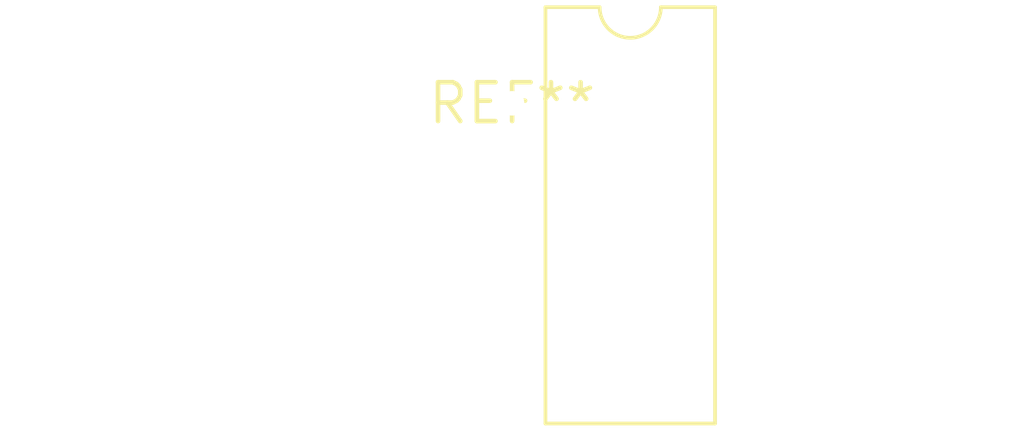
<source format=kicad_pcb>
(kicad_pcb (version 20240108) (generator pcbnew)
  (layers (0 "F.Cu" signal) (31 "B.Cu" signal) (34 "B.Paste" user) (35 "F.Paste" user) (36 "B.SilkS" user "B.Silkscreen") (37 "F.SilkS" user "F.Silkscreen") (38 "B.Mask" user) (39 "F.Mask" user) (44 "Edge.Cuts" user))
  (net 0 "")
  (footprint "Oscillator_SeikoEpson_SG-8002DC" (layer "F.Cu") (at 0 0)
    (property "Reference" "REF**")
    (property "Value" "Oscillator_SeikoEpson_SG-8002DC")
    (fp_line (start 1.09 -3.14) (end 1.09 10.46) (layer "F.SilkS") (stroke (width 0.12)))
    (fp_line (start 1.09 10.46) (end 6.63 10.46) (layer "F.SilkS") (stroke (width 0.12)))
    (fp_line (start 2.86 -3.14) (end 1.09 -3.14) (layer "F.SilkS") (stroke (width 0.12)))
    (fp_line (start 6.63 -3.14) (end 4.86 -3.14) (layer "F.SilkS") (stroke (width 0.12)))
    (fp_line (start 6.63 10.46) (end 6.63 -3.14) (layer "F.SilkS") (stroke (width 0.12)))
    (fp_arc (start 4.86 -3.14) (mid 3.86 -2.14) (end 2.86 -3.14) (layer "F.SilkS") (stroke (width 0.12)))
    (pad "1" thru_hole rect (at 0 0) (size 1.6 1.6) (drill 0.8) (layers *.Cu *.Mask) (remove_unused_layers))
    (pad "4" thru_hole oval (at 0 7.62) (size 1.6 1.6) (drill 0.8) (layers *.Cu *.Mask) (remove_unused_layers))
    (pad "5" thru_hole oval (at 7.62 7.62) (size 1.6 1.6) (drill 0.8) (layers *.Cu *.Mask) (remove_unused_layers))
    (pad "8" thru_hole oval (at 7.62 0) (size 1.6 1.6) (drill 0.8) (layers *.Cu *.Mask) (remove_unused_layers))
  )
)
</source>
